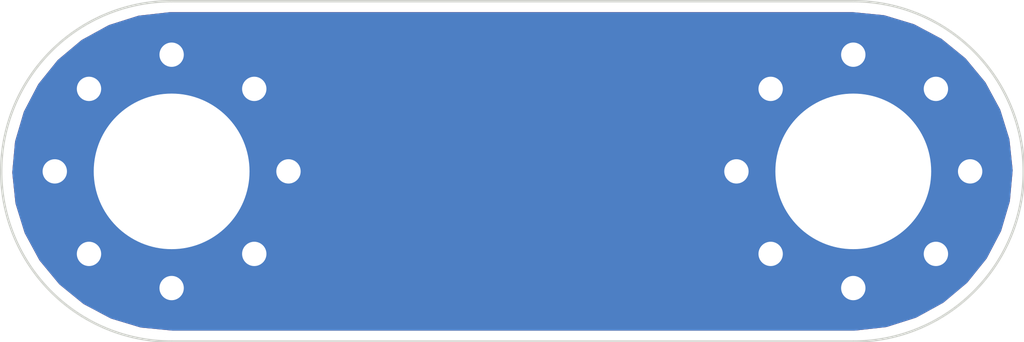
<source format=kicad_pcb>
(kicad_pcb (version 20171130) (host pcbnew "(5.1.4)-1")

  (general
    (thickness 1.6)
    (drawings 4)
    (tracks 0)
    (zones 0)
    (modules 2)
    (nets 2)
  )

  (page A4)
  (layers
    (0 F.Cu signal)
    (31 B.Cu signal)
    (32 B.Adhes user)
    (33 F.Adhes user)
    (34 B.Paste user)
    (35 F.Paste user)
    (36 B.SilkS user)
    (37 F.SilkS user)
    (38 B.Mask user)
    (39 F.Mask user)
    (40 Dwgs.User user)
    (41 Cmts.User user)
    (42 Eco1.User user)
    (43 Eco2.User user)
    (44 Edge.Cuts user)
    (45 Margin user)
    (46 B.CrtYd user)
    (47 F.CrtYd user)
    (48 B.Fab user hide)
    (49 F.Fab user hide)
  )

  (setup
    (last_trace_width 0.25)
    (trace_clearance 0.2)
    (zone_clearance 0.2)
    (zone_45_only no)
    (trace_min 0.2)
    (via_size 0.8)
    (via_drill 0.4)
    (via_min_size 0.4)
    (via_min_drill 0.3)
    (uvia_size 0.3)
    (uvia_drill 0.1)
    (uvias_allowed no)
    (uvia_min_size 0.2)
    (uvia_min_drill 0.1)
    (edge_width 0.05)
    (segment_width 0.2)
    (pcb_text_width 0.3)
    (pcb_text_size 1.5 1.5)
    (mod_edge_width 0.12)
    (mod_text_size 1 1)
    (mod_text_width 0.15)
    (pad_size 1.524 1.524)
    (pad_drill 0.762)
    (pad_to_mask_clearance 0.051)
    (solder_mask_min_width 0.25)
    (aux_axis_origin 0 0)
    (grid_origin 138 77.5)
    (visible_elements 7FFFFFFF)
    (pcbplotparams
      (layerselection 0x010fc_ffffffff)
      (usegerberextensions false)
      (usegerberattributes false)
      (usegerberadvancedattributes false)
      (creategerberjobfile false)
      (excludeedgelayer true)
      (linewidth 0.100000)
      (plotframeref false)
      (viasonmask false)
      (mode 1)
      (useauxorigin false)
      (hpglpennumber 1)
      (hpglpenspeed 20)
      (hpglpendiameter 15.000000)
      (psnegative false)
      (psa4output false)
      (plotreference true)
      (plotvalue true)
      (plotinvisibletext false)
      (padsonsilk false)
      (subtractmaskfromsilk false)
      (outputformat 1)
      (mirror false)
      (drillshape 1)
      (scaleselection 1)
      (outputdirectory ""))
  )

  (net 0 "")
  (net 1 GND)

  (net_class Default "Dies ist die voreingestellte Netzklasse."
    (clearance 0.2)
    (trace_width 0.25)
    (via_dia 0.8)
    (via_drill 0.4)
    (uvia_dia 0.3)
    (uvia_drill 0.1)
    (add_net GND)
  )

  (module MountingHole:MountingHole_3.2mm_M3_Pad_Via (layer F.Cu) (tedit 56DDBCCA) (tstamp 5D98261C)
    (at 152 77.5)
    (descr "Mounting Hole 3.2mm, M3")
    (tags "mounting hole 3.2mm m3")
    (path /5DB2EDBC)
    (attr virtual)
    (fp_text reference H2 (at 0.05 0) (layer F.SilkS) hide
      (effects (font (size 1 1) (thickness 0.15)))
    )
    (fp_text value MountingHole_Pad (at 0 4.2) (layer F.Fab)
      (effects (font (size 1 1) (thickness 0.15)))
    )
    (fp_circle (center 0 0) (end 3.45 0) (layer F.CrtYd) (width 0.05))
    (fp_circle (center 0 0) (end 3.2 0) (layer Cmts.User) (width 0.15))
    (fp_text user %R (at 0.3 0) (layer F.Fab)
      (effects (font (size 1 1) (thickness 0.15)))
    )
    (pad 1 thru_hole circle (at 1.697056 -1.697056) (size 0.8 0.8) (drill 0.5) (layers *.Cu *.Mask)
      (net 1 GND))
    (pad 1 thru_hole circle (at 0 -2.4) (size 0.8 0.8) (drill 0.5) (layers *.Cu *.Mask)
      (net 1 GND))
    (pad 1 thru_hole circle (at -1.697056 -1.697056) (size 0.8 0.8) (drill 0.5) (layers *.Cu *.Mask)
      (net 1 GND))
    (pad 1 thru_hole circle (at -2.4 0) (size 0.8 0.8) (drill 0.5) (layers *.Cu *.Mask)
      (net 1 GND))
    (pad 1 thru_hole circle (at -1.697056 1.697056) (size 0.8 0.8) (drill 0.5) (layers *.Cu *.Mask)
      (net 1 GND))
    (pad 1 thru_hole circle (at 0 2.4) (size 0.8 0.8) (drill 0.5) (layers *.Cu *.Mask)
      (net 1 GND))
    (pad 1 thru_hole circle (at 1.697056 1.697056) (size 0.8 0.8) (drill 0.5) (layers *.Cu *.Mask)
      (net 1 GND))
    (pad 1 thru_hole circle (at 2.4 0) (size 0.8 0.8) (drill 0.5) (layers *.Cu *.Mask)
      (net 1 GND))
    (pad 1 thru_hole circle (at 0 0) (size 6.4 6.4) (drill 3.2) (layers *.Cu *.Mask)
      (net 1 GND))
  )

  (module MountingHole:MountingHole_3.2mm_M3_Pad_Via (layer F.Cu) (tedit 56DDBCCA) (tstamp 5D98260C)
    (at 138 77.5)
    (descr "Mounting Hole 3.2mm, M3")
    (tags "mounting hole 3.2mm m3")
    (path /5DB2F2EC)
    (attr virtual)
    (fp_text reference H1 (at 0 -4.2) (layer F.SilkS) hide
      (effects (font (size 1 1) (thickness 0.15)))
    )
    (fp_text value MountingHole_Pad (at 0 4.2) (layer F.Fab)
      (effects (font (size 1 1) (thickness 0.15)))
    )
    (fp_circle (center 0 0) (end 3.45 0) (layer F.CrtYd) (width 0.05))
    (fp_circle (center 0 0) (end 3.2 0) (layer Cmts.User) (width 0.15))
    (fp_text user %R (at 0.3 0) (layer F.Fab)
      (effects (font (size 1 1) (thickness 0.15)))
    )
    (pad 1 thru_hole circle (at 1.697056 -1.697056) (size 0.8 0.8) (drill 0.5) (layers *.Cu *.Mask)
      (net 1 GND))
    (pad 1 thru_hole circle (at 0 -2.4) (size 0.8 0.8) (drill 0.5) (layers *.Cu *.Mask)
      (net 1 GND))
    (pad 1 thru_hole circle (at -1.697056 -1.697056) (size 0.8 0.8) (drill 0.5) (layers *.Cu *.Mask)
      (net 1 GND))
    (pad 1 thru_hole circle (at -2.4 0) (size 0.8 0.8) (drill 0.5) (layers *.Cu *.Mask)
      (net 1 GND))
    (pad 1 thru_hole circle (at -1.697056 1.697056) (size 0.8 0.8) (drill 0.5) (layers *.Cu *.Mask)
      (net 1 GND))
    (pad 1 thru_hole circle (at 0 2.4) (size 0.8 0.8) (drill 0.5) (layers *.Cu *.Mask)
      (net 1 GND))
    (pad 1 thru_hole circle (at 1.697056 1.697056) (size 0.8 0.8) (drill 0.5) (layers *.Cu *.Mask)
      (net 1 GND))
    (pad 1 thru_hole circle (at 2.4 0) (size 0.8 0.8) (drill 0.5) (layers *.Cu *.Mask)
      (net 1 GND))
    (pad 1 thru_hole circle (at 0 0) (size 6.4 6.4) (drill 3.2) (layers *.Cu *.Mask)
      (net 1 GND))
  )

  (gr_arc (start 138 77.5) (end 138 74) (angle -180) (layer Edge.Cuts) (width 0.05))
  (gr_arc (start 152 77.5) (end 152 81) (angle -180) (layer Edge.Cuts) (width 0.05))
  (gr_line (start 138 81) (end 152 81) (layer Edge.Cuts) (width 0.05))
  (gr_line (start 138 74) (end 152 74) (layer Edge.Cuts) (width 0.05))

  (zone (net 1) (net_name GND) (layer F.Cu) (tstamp 0) (hatch edge 0.508)
    (connect_pads yes (clearance 0.2))
    (min_thickness 0.2)
    (fill yes (arc_segments 32) (thermal_gap 0.5) (thermal_bridge_width 0.5))
    (polygon
      (pts
        (xy 134.5 74) (xy 155.5 74) (xy 155.5 81) (xy 134.5 81)
      )
    )
    (filled_polygon
      (pts
        (xy 152.616391 74.386996) (xy 153.209306 74.566008) (xy 153.756158 74.856775) (xy 154.236114 75.248216) (xy 154.630903 75.725434)
        (xy 154.925478 76.27024) (xy 155.108624 76.861891) (xy 155.173364 77.47785) (xy 155.117231 78.094642) (xy 154.942363 78.688793)
        (xy 154.655423 79.237659) (xy 154.267336 79.720342) (xy 153.792893 80.118447) (xy 153.25015 80.416823) (xy 152.659798 80.604094)
        (xy 152.029563 80.674786) (xy 151.998878 80.675) (xy 138.015896 80.675) (xy 137.383609 80.613004) (xy 136.790695 80.433992)
        (xy 136.243844 80.143226) (xy 135.763886 79.751784) (xy 135.369096 79.274564) (xy 135.07452 78.729755) (xy 134.891376 78.138109)
        (xy 134.826636 77.52215) (xy 134.882769 76.905358) (xy 135.057637 76.311207) (xy 135.344577 75.762341) (xy 135.732664 75.279658)
        (xy 136.207111 74.881551) (xy 136.749846 74.583178) (xy 137.340204 74.395906) (xy 137.970437 74.325214) (xy 138.001122 74.325)
        (xy 151.984104 74.325)
      )
    )
  )
  (zone (net 1) (net_name GND) (layer B.Cu) (tstamp 5D98275A) (hatch edge 0.508)
    (connect_pads yes (clearance 0.2))
    (min_thickness 0.2)
    (fill yes (arc_segments 32) (thermal_gap 0.5) (thermal_bridge_width 0.5))
    (polygon
      (pts
        (xy 134.5 74) (xy 155.5 74) (xy 155.5 81) (xy 134.5 81)
      )
    )
    (filled_polygon
      (pts
        (xy 152.616391 74.386996) (xy 153.209306 74.566008) (xy 153.756158 74.856775) (xy 154.236114 75.248216) (xy 154.630903 75.725434)
        (xy 154.925478 76.27024) (xy 155.108624 76.861891) (xy 155.173364 77.47785) (xy 155.117231 78.094642) (xy 154.942363 78.688793)
        (xy 154.655423 79.237659) (xy 154.267336 79.720342) (xy 153.792893 80.118447) (xy 153.25015 80.416823) (xy 152.659798 80.604094)
        (xy 152.029563 80.674786) (xy 151.998878 80.675) (xy 138.015896 80.675) (xy 137.383609 80.613004) (xy 136.790695 80.433992)
        (xy 136.243844 80.143226) (xy 135.763886 79.751784) (xy 135.369096 79.274564) (xy 135.07452 78.729755) (xy 134.891376 78.138109)
        (xy 134.826636 77.52215) (xy 134.882769 76.905358) (xy 135.057637 76.311207) (xy 135.344577 75.762341) (xy 135.732664 75.279658)
        (xy 136.207111 74.881551) (xy 136.749846 74.583178) (xy 137.340204 74.395906) (xy 137.970437 74.325214) (xy 138.001122 74.325)
        (xy 151.984104 74.325)
      )
    )
  )
)

</source>
